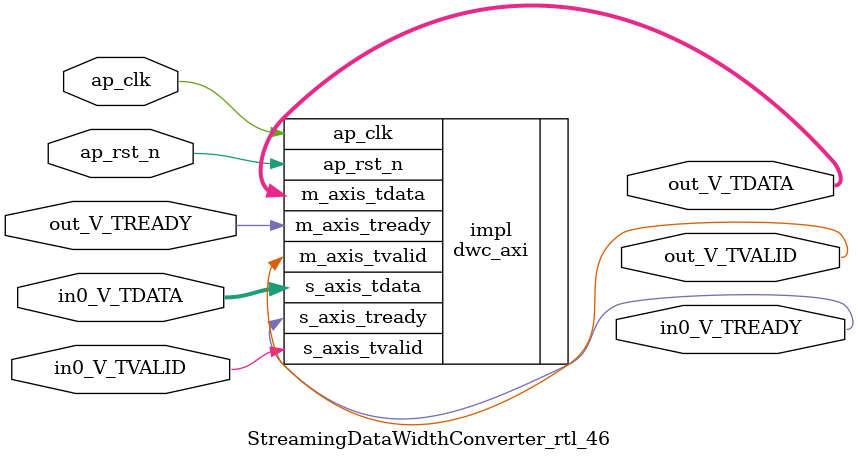
<source format=v>
/******************************************************************************
 * Copyright (C) 2023, Advanced Micro Devices, Inc.
 * All rights reserved.
 *
 * Redistribution and use in source and binary forms, with or without
 * modification, are permitted provided that the following conditions are met:
 *
 *  1. Redistributions of source code must retain the above copyright notice,
 *     this list of conditions and the following disclaimer.
 *
 *  2. Redistributions in binary form must reproduce the above copyright
 *     notice, this list of conditions and the following disclaimer in the
 *     documentation and/or other materials provided with the distribution.
 *
 *  3. Neither the name of the copyright holder nor the names of its
 *     contributors may be used to endorse or promote products derived from
 *     this software without specific prior written permission.
 *
 * THIS SOFTWARE IS PROVIDED BY THE COPYRIGHT HOLDERS AND CONTRIBUTORS "AS IS"
 * AND ANY EXPRESS OR IMPLIED WARRANTIES, INCLUDING, BUT NOT LIMITED TO,
 * THE IMPLIED WARRANTIES OF MERCHANTABILITY AND FITNESS FOR A PARTICULAR
 * PURPOSE ARE DISCLAIMED. IN NO EVENT SHALL THE COPYRIGHT HOLDER OR
 * CONTRIBUTORS BE LIABLE FOR ANY DIRECT, INDIRECT, INCIDENTAL, SPECIAL,
 * EXEMPLARY, OR CONSEQUENTIAL DAMAGES (INCLUDING, BUT NOT LIMITED TO,
 * PROCUREMENT OF SUBSTITUTE GOODS OR SERVICES; LOSS OF USE, DATA, OR PROFITS;
 * OR BUSINESS INTERRUPTION). HOWEVER CAUSED AND ON ANY THEORY OF LIABILITY,
 * WHETHER IN CONTRACT, STRICT LIABILITY, OR TORT (INCLUDING NEGLIGENCE OR
 * OTHERWISE) ARISING IN ANY WAY OUT OF THE USE OF THIS SOFTWARE, EVEN IF
 * ADVISED OF THE POSSIBILITY OF SUCH DAMAGE.
 *****************************************************************************/

module StreamingDataWidthConverter_rtl_46 #(
	parameter  IBITS = 256,
	parameter  OBITS = 4,

	parameter  AXI_IBITS = (IBITS+7)/8 * 8,
	parameter  AXI_OBITS = (OBITS+7)/8 * 8
)(
	//- Global Control ------------------
	(* X_INTERFACE_INFO = "xilinx.com:signal:clock:1.0 ap_clk CLK" *)
	(* X_INTERFACE_PARAMETER = "ASSOCIATED_BUSIF in0_V:out_V, ASSOCIATED_RESET ap_rst_n" *)
	input	ap_clk,
	(* X_INTERFACE_PARAMETER = "POLARITY ACTIVE_LOW" *)
	input	ap_rst_n,

	//- AXI Stream - Input --------------
	output	in0_V_TREADY,
	input	in0_V_TVALID,
	input	[AXI_IBITS-1:0]  in0_V_TDATA,

	//- AXI Stream - Output -------------
	input	out_V_TREADY,
	output	out_V_TVALID,
	output	[AXI_OBITS-1:0]  out_V_TDATA
);

	dwc_axi #(
		.IBITS(IBITS),
		.OBITS(OBITS)
	) impl (
		.ap_clk(ap_clk),
		.ap_rst_n(ap_rst_n),
		.s_axis_tready(in0_V_TREADY),
		.s_axis_tvalid(in0_V_TVALID),
		.s_axis_tdata(in0_V_TDATA),
		.m_axis_tready(out_V_TREADY),
		.m_axis_tvalid(out_V_TVALID),
		.m_axis_tdata(out_V_TDATA)
	);

endmodule

</source>
